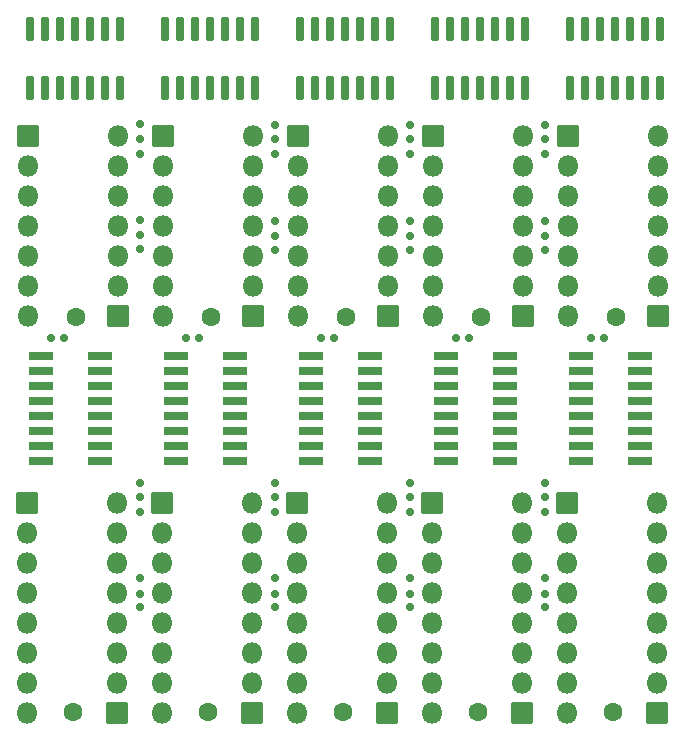
<source format=gts>
G04 #@! TF.GenerationSoftware,KiCad,Pcbnew,7.0.9*
G04 #@! TF.CreationDate,2023-12-28T16:33:31-08:00*
G04 #@! TF.ProjectId,soic breakouts,736f6963-2062-4726-9561-6b6f7574732e,rev?*
G04 #@! TF.SameCoordinates,Original*
G04 #@! TF.FileFunction,Soldermask,Top*
G04 #@! TF.FilePolarity,Negative*
%FSLAX46Y46*%
G04 Gerber Fmt 4.6, Leading zero omitted, Abs format (unit mm)*
G04 Created by KiCad (PCBNEW 7.0.9) date 2023-12-28 16:33:31*
%MOMM*%
%LPD*%
G01*
G04 APERTURE LIST*
G04 Aperture macros list*
%AMRoundRect*
0 Rectangle with rounded corners*
0 $1 Rounding radius*
0 $2 $3 $4 $5 $6 $7 $8 $9 X,Y pos of 4 corners*
0 Add a 4 corners polygon primitive as box body*
4,1,4,$2,$3,$4,$5,$6,$7,$8,$9,$2,$3,0*
0 Add four circle primitives for the rounded corners*
1,1,$1+$1,$2,$3*
1,1,$1+$1,$4,$5*
1,1,$1+$1,$6,$7*
1,1,$1+$1,$8,$9*
0 Add four rect primitives between the rounded corners*
20,1,$1+$1,$2,$3,$4,$5,0*
20,1,$1+$1,$4,$5,$6,$7,0*
20,1,$1+$1,$6,$7,$8,$9,0*
20,1,$1+$1,$8,$9,$2,$3,0*%
G04 Aperture macros list end*
%ADD10C,0.700000*%
%ADD11RoundRect,0.050000X0.850000X0.850000X-0.850000X0.850000X-0.850000X-0.850000X0.850000X-0.850000X0*%
%ADD12O,1.800000X1.800000*%
%ADD13C,1.600000*%
%ADD14RoundRect,0.092000X-0.943000X-0.258000X0.943000X-0.258000X0.943000X0.258000X-0.943000X0.258000X0*%
%ADD15RoundRect,0.050000X-0.850000X-0.850000X0.850000X-0.850000X0.850000X0.850000X-0.850000X0.850000X0*%
%ADD16RoundRect,0.140000X-0.210000X0.895000X-0.210000X-0.895000X0.210000X-0.895000X0.210000X0.895000X0*%
G04 APERTURE END LIST*
D10*
X140335000Y-58928000D03*
X139217400Y-58928000D03*
X128905000Y-58928000D03*
X127787400Y-58928000D03*
X117475000Y-58928000D03*
X116357400Y-58928000D03*
X106045000Y-58928000D03*
X104927400Y-58928000D03*
X94615000Y-58928000D03*
X93497400Y-58928000D03*
X135382000Y-80594200D03*
X135356600Y-72390000D03*
X135356600Y-73660000D03*
X135382000Y-79273400D03*
X135356600Y-71196200D03*
X135382000Y-81762600D03*
X123926600Y-80594200D03*
X123901200Y-72390000D03*
X123901200Y-73660000D03*
X123926600Y-79273400D03*
X123901200Y-71196200D03*
X123926600Y-81762600D03*
X112471200Y-71196200D03*
X112496600Y-80594200D03*
X112471200Y-72390000D03*
X112471200Y-73660000D03*
X112496600Y-79273400D03*
X112496600Y-81762600D03*
X101066600Y-79273400D03*
X101041200Y-73660000D03*
X101066600Y-81762600D03*
X101041200Y-71196200D03*
X101041200Y-72390000D03*
X101066600Y-80594200D03*
D11*
X144830800Y-90678000D03*
D12*
X144830800Y-88138000D03*
X144830800Y-85598000D03*
X144830800Y-83058000D03*
X144830800Y-80518000D03*
X144830800Y-77978000D03*
X144830800Y-75438000D03*
X144830800Y-72898000D03*
D13*
X141097000Y-90601800D03*
D14*
X138419000Y-60477400D03*
X138419000Y-61747400D03*
X138419000Y-63017400D03*
X138419000Y-64287400D03*
X138419000Y-65557400D03*
X138419000Y-66827400D03*
X138419000Y-68097400D03*
X138419000Y-69367400D03*
X143369000Y-69367400D03*
X143369000Y-68097400D03*
X143369000Y-66827400D03*
X143369000Y-65557400D03*
X143369000Y-64287400D03*
X143369000Y-63017400D03*
X143369000Y-61747400D03*
X143369000Y-60477400D03*
D15*
X137210800Y-72898000D03*
D12*
X137210800Y-75438000D03*
X137210800Y-77978000D03*
X137210800Y-80518000D03*
X137210800Y-83058000D03*
X137210800Y-85598000D03*
X137210800Y-88138000D03*
X137210800Y-90678000D03*
D11*
X133400800Y-90678000D03*
D12*
X133400800Y-88138000D03*
X133400800Y-85598000D03*
X133400800Y-83058000D03*
X133400800Y-80518000D03*
X133400800Y-77978000D03*
X133400800Y-75438000D03*
X133400800Y-72898000D03*
D13*
X129667000Y-90601800D03*
D14*
X126989000Y-60477400D03*
X126989000Y-61747400D03*
X126989000Y-63017400D03*
X126989000Y-64287400D03*
X126989000Y-65557400D03*
X126989000Y-66827400D03*
X126989000Y-68097400D03*
X126989000Y-69367400D03*
X131939000Y-69367400D03*
X131939000Y-68097400D03*
X131939000Y-66827400D03*
X131939000Y-65557400D03*
X131939000Y-64287400D03*
X131939000Y-63017400D03*
X131939000Y-61747400D03*
X131939000Y-60477400D03*
D15*
X125780800Y-72898000D03*
D12*
X125780800Y-75438000D03*
X125780800Y-77978000D03*
X125780800Y-80518000D03*
X125780800Y-83058000D03*
X125780800Y-85598000D03*
X125780800Y-88138000D03*
X125780800Y-90678000D03*
X114350800Y-90678000D03*
X114350800Y-88138000D03*
X114350800Y-85598000D03*
X114350800Y-83058000D03*
X114350800Y-80518000D03*
X114350800Y-77978000D03*
X114350800Y-75438000D03*
D15*
X114350800Y-72898000D03*
D13*
X118237000Y-90601800D03*
D12*
X121970800Y-72898000D03*
X121970800Y-75438000D03*
X121970800Y-77978000D03*
X121970800Y-80518000D03*
X121970800Y-83058000D03*
X121970800Y-85598000D03*
X121970800Y-88138000D03*
D11*
X121970800Y-90678000D03*
D14*
X120509000Y-60477400D03*
X120509000Y-61747400D03*
X120509000Y-63017400D03*
X120509000Y-64287400D03*
X120509000Y-65557400D03*
X120509000Y-66827400D03*
X120509000Y-68097400D03*
X120509000Y-69367400D03*
X115559000Y-69367400D03*
X115559000Y-68097400D03*
X115559000Y-66827400D03*
X115559000Y-65557400D03*
X115559000Y-64287400D03*
X115559000Y-63017400D03*
X115559000Y-61747400D03*
X115559000Y-60477400D03*
D15*
X102920800Y-72898000D03*
D12*
X102920800Y-75438000D03*
X102920800Y-77978000D03*
X102920800Y-80518000D03*
X102920800Y-83058000D03*
X102920800Y-85598000D03*
X102920800Y-88138000D03*
X102920800Y-90678000D03*
D13*
X106807000Y-90601800D03*
D11*
X110540800Y-90678000D03*
D12*
X110540800Y-88138000D03*
X110540800Y-85598000D03*
X110540800Y-83058000D03*
X110540800Y-80518000D03*
X110540800Y-77978000D03*
X110540800Y-75438000D03*
X110540800Y-72898000D03*
D14*
X104129000Y-60477400D03*
X104129000Y-61747400D03*
X104129000Y-63017400D03*
X104129000Y-64287400D03*
X104129000Y-65557400D03*
X104129000Y-66827400D03*
X104129000Y-68097400D03*
X104129000Y-69367400D03*
X109079000Y-69367400D03*
X109079000Y-68097400D03*
X109079000Y-66827400D03*
X109079000Y-65557400D03*
X109079000Y-64287400D03*
X109079000Y-63017400D03*
X109079000Y-61747400D03*
X109079000Y-60477400D03*
X97649000Y-60477400D03*
X97649000Y-61747400D03*
X97649000Y-63017400D03*
X97649000Y-64287400D03*
X97649000Y-65557400D03*
X97649000Y-66827400D03*
X97649000Y-68097400D03*
X97649000Y-69367400D03*
X92699000Y-69367400D03*
X92699000Y-68097400D03*
X92699000Y-66827400D03*
X92699000Y-65557400D03*
X92699000Y-64287400D03*
X92699000Y-63017400D03*
X92699000Y-61747400D03*
X92699000Y-60477400D03*
D13*
X95377000Y-90601800D03*
D12*
X91490800Y-90678000D03*
X91490800Y-88138000D03*
X91490800Y-85598000D03*
X91490800Y-83058000D03*
X91490800Y-80518000D03*
X91490800Y-77978000D03*
X91490800Y-75438000D03*
D15*
X91490800Y-72898000D03*
D12*
X99110800Y-72898000D03*
X99110800Y-75438000D03*
X99110800Y-77978000D03*
X99110800Y-80518000D03*
X99110800Y-83058000D03*
X99110800Y-85598000D03*
X99110800Y-88138000D03*
D11*
X99110800Y-90678000D03*
D10*
X101066600Y-48945800D03*
X101041200Y-43332400D03*
X101041200Y-40868600D03*
X101041200Y-42062400D03*
X101066600Y-51435000D03*
X101066600Y-50266600D03*
D13*
X95605600Y-57150000D03*
D15*
X91592400Y-41854200D03*
D12*
X91592400Y-44394200D03*
X91592400Y-46934200D03*
X91592400Y-49474200D03*
X91592400Y-52014200D03*
X91592400Y-54554200D03*
X91592400Y-57094200D03*
X99212400Y-41859200D03*
X99212400Y-44399200D03*
X99212400Y-46939200D03*
X99212400Y-49479200D03*
X99212400Y-52019200D03*
X99212400Y-54559200D03*
D11*
X99212400Y-57099200D03*
D16*
X99328200Y-37781000D03*
X98058200Y-37781000D03*
X96788200Y-37781000D03*
X95518200Y-37781000D03*
X94248200Y-37781000D03*
X92978200Y-37781000D03*
X91708200Y-37781000D03*
X91708200Y-32831000D03*
X92978200Y-32831000D03*
X94248200Y-32831000D03*
X95518200Y-32831000D03*
X96788200Y-32831000D03*
X98058200Y-32831000D03*
X99328200Y-32831000D03*
D10*
X123926600Y-49022000D03*
X123901200Y-43408600D03*
X123901200Y-40944800D03*
X123901200Y-42138600D03*
X123926600Y-51511200D03*
X123926600Y-50342800D03*
X135382000Y-49022000D03*
D15*
X137312400Y-41854200D03*
D12*
X137312400Y-44394200D03*
X137312400Y-46934200D03*
X137312400Y-49474200D03*
X137312400Y-52014200D03*
X137312400Y-54554200D03*
X137312400Y-57094200D03*
D16*
X145048200Y-37781000D03*
X143778200Y-37781000D03*
X142508200Y-37781000D03*
X141238200Y-37781000D03*
X139968200Y-37781000D03*
X138698200Y-37781000D03*
X137428200Y-37781000D03*
X137428200Y-32831000D03*
X138698200Y-32831000D03*
X139968200Y-32831000D03*
X141238200Y-32831000D03*
X142508200Y-32831000D03*
X143778200Y-32831000D03*
X145048200Y-32831000D03*
D12*
X144932400Y-41859200D03*
X144932400Y-44399200D03*
X144932400Y-46939200D03*
X144932400Y-49479200D03*
X144932400Y-52019200D03*
X144932400Y-54559200D03*
D11*
X144932400Y-57099200D03*
D13*
X141325600Y-57150000D03*
X129895600Y-57150000D03*
D15*
X125882400Y-41854200D03*
D12*
X125882400Y-44394200D03*
X125882400Y-46934200D03*
X125882400Y-49474200D03*
X125882400Y-52014200D03*
X125882400Y-54554200D03*
X125882400Y-57094200D03*
X133502400Y-41859200D03*
X133502400Y-44399200D03*
X133502400Y-46939200D03*
X133502400Y-49479200D03*
X133502400Y-52019200D03*
X133502400Y-54559200D03*
D11*
X133502400Y-57099200D03*
D16*
X133618200Y-37781000D03*
X132348200Y-37781000D03*
X131078200Y-37781000D03*
X129808200Y-37781000D03*
X128538200Y-37781000D03*
X127268200Y-37781000D03*
X125998200Y-37781000D03*
X125998200Y-32831000D03*
X127268200Y-32831000D03*
X128538200Y-32831000D03*
X129808200Y-32831000D03*
X131078200Y-32831000D03*
X132348200Y-32831000D03*
X133618200Y-32831000D03*
D10*
X135356600Y-43408600D03*
X135356600Y-40944800D03*
X135356600Y-42138600D03*
X135382000Y-51511200D03*
X135382000Y-50342800D03*
X112496600Y-40944800D03*
X112496600Y-43408600D03*
X112496600Y-42138600D03*
X112522000Y-51511200D03*
X112522000Y-50342800D03*
X112522000Y-49022000D03*
D13*
X118465600Y-57150000D03*
D15*
X114452400Y-41854200D03*
D12*
X114452400Y-44394200D03*
X114452400Y-46934200D03*
X114452400Y-49474200D03*
X114452400Y-52014200D03*
X114452400Y-54554200D03*
X114452400Y-57094200D03*
X122072400Y-41859200D03*
X122072400Y-44399200D03*
X122072400Y-46939200D03*
X122072400Y-49479200D03*
X122072400Y-52019200D03*
X122072400Y-54559200D03*
D11*
X122072400Y-57099200D03*
D16*
X122188200Y-37781000D03*
X120918200Y-37781000D03*
X119648200Y-37781000D03*
X118378200Y-37781000D03*
X117108200Y-37781000D03*
X115838200Y-37781000D03*
X114568200Y-37781000D03*
X114568200Y-32831000D03*
X115838200Y-32831000D03*
X117108200Y-32831000D03*
X118378200Y-32831000D03*
X119648200Y-32831000D03*
X120918200Y-32831000D03*
X122188200Y-32831000D03*
D13*
X107035600Y-57150000D03*
D12*
X110642400Y-41859200D03*
X110642400Y-44399200D03*
X110642400Y-46939200D03*
X110642400Y-49479200D03*
X110642400Y-52019200D03*
X110642400Y-54559200D03*
D11*
X110642400Y-57099200D03*
D15*
X103022400Y-41854200D03*
D12*
X103022400Y-44394200D03*
X103022400Y-46934200D03*
X103022400Y-49474200D03*
X103022400Y-52014200D03*
X103022400Y-54554200D03*
X103022400Y-57094200D03*
D16*
X110758200Y-37781000D03*
X109488200Y-37781000D03*
X108218200Y-37781000D03*
X106948200Y-37781000D03*
X105678200Y-37781000D03*
X104408200Y-37781000D03*
X103138200Y-37781000D03*
X103138200Y-32831000D03*
X104408200Y-32831000D03*
X105678200Y-32831000D03*
X106948200Y-32831000D03*
X108218200Y-32831000D03*
X109488200Y-32831000D03*
X110758200Y-32831000D03*
M02*

</source>
